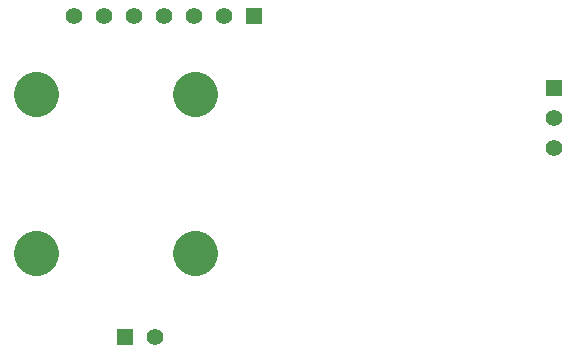
<source format=gbs>
G04 ( created by brdgerber.py ( brdgerber.py v0.1 2014-03-12 ) ) date 2021-02-10 18:50:53 EST*
G04 Gerber Fmt 3.4, Leading zero omitted, Abs format*
%MOIN*%
%FSLAX34Y34*%
G01*
G70*
G90*
G04 APERTURE LIST*
%ADD17R,0.1575X0.0945*%
%ADD13R,0.0629X0.0709*%
%ADD14R,0.0472X0.0275*%
%ADD11R,0.0550X0.0550*%
%ADD12C,0.0550*%
%ADD15C,0.1500*%
%ADD10R,0.0260X0.0800*%
%ADD16R,0.0709X0.0629*%
G04 APERTURE END LIST*
G54D17*
D11*
X02850Y23350D03*
D12*
X01850Y23350D03*
D12*
X00850Y23350D03*
D12*
X-00150Y23350D03*
D12*
X-01150Y23350D03*
D12*
X-02150Y23350D03*
D12*
X-03150Y23350D03*
D15*
G01X-04395Y15455D02*
G01X-04395Y15455D01*
D15*
G01X00895Y15455D02*
G01X00895Y15455D01*
D15*
G01X00895Y20745D02*
G01X00895Y20745D01*
D15*
G01X-04395Y20745D02*
G01X-04395Y20745D01*
D11*
X-01450Y12650D03*
D12*
X-00450Y12650D03*
D11*
X12850Y20950D03*
D12*
X12850Y19950D03*
D12*
X12850Y18950D03*
M02*

</source>
